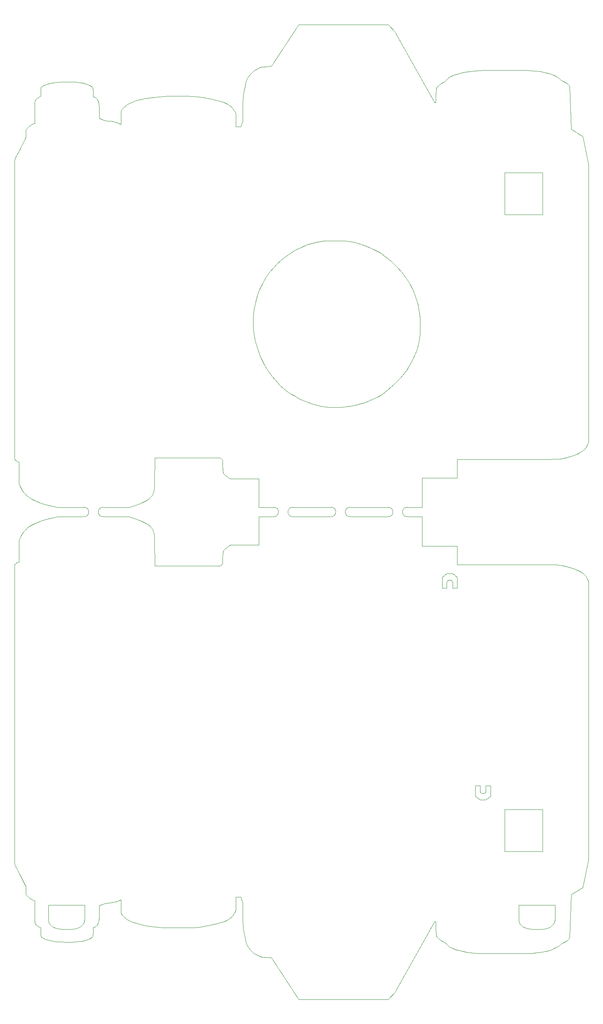
<source format=gm1>
G04 #@! TF.GenerationSoftware,KiCad,Pcbnew,7.0.10*
G04 #@! TF.CreationDate,2024-04-17T21:16:10-05:00*
G04 #@! TF.ProjectId,camera_badge,63616d65-7261-45f6-9261-6467652e6b69,2*
G04 #@! TF.SameCoordinates,Original*
G04 #@! TF.FileFunction,Profile,NP*
%FSLAX46Y46*%
G04 Gerber Fmt 4.6, Leading zero omitted, Abs format (unit mm)*
G04 Created by KiCad (PCBNEW 7.0.10) date 2024-04-17 21:16:10*
%MOMM*%
%LPD*%
G01*
G04 APERTURE LIST*
G04 #@! TA.AperFunction,Profile*
%ADD10C,0.050000*%
G04 #@! TD*
G04 #@! TA.AperFunction,Profile*
%ADD11C,0.100000*%
G04 #@! TD*
G04 APERTURE END LIST*
D10*
X153131000Y-209384000D02*
X153004000Y-210019000D01*
X153131000Y-206310600D02*
X153131000Y-209384000D01*
X153004000Y-210019000D02*
X152750000Y-210400000D01*
X152750000Y-210400000D02*
X152242000Y-210908000D01*
X152242000Y-210908000D02*
X151607000Y-211162000D01*
X151607000Y-211162000D02*
X151099000Y-211289000D01*
X151099000Y-211289000D02*
X150083000Y-211416000D01*
X149321000Y-211416000D02*
X150083000Y-211416000D01*
X149321000Y-211416000D02*
X148559000Y-211416000D01*
X148559000Y-211416000D02*
X147670000Y-211289000D01*
X147670000Y-211289000D02*
X147035000Y-211162000D01*
X147035000Y-211162000D02*
X146400000Y-210908000D01*
X146400000Y-210908000D02*
X145892000Y-210400000D01*
X145892000Y-210400000D02*
X145638000Y-210019000D01*
X145638000Y-210019000D02*
X145511000Y-209384000D01*
X145511000Y-206310600D02*
X153131000Y-206310600D01*
X145511000Y-206310600D02*
X145511000Y-209384000D01*
D11*
X139600000Y-183500000D02*
X138600000Y-184250000D01*
X139600000Y-181250000D02*
X139600000Y-183500000D01*
X138600000Y-182500000D02*
X138600000Y-181250000D01*
X138600000Y-181250000D02*
X139600000Y-181250000D01*
X138500000Y-182700000D02*
X138600000Y-182500000D01*
X138400000Y-182800000D02*
X138500000Y-182700000D01*
X138200000Y-182900000D02*
X138400000Y-182800000D01*
X137800000Y-182900000D02*
X138200000Y-182900000D01*
X137600000Y-182800000D02*
X137800000Y-182900000D01*
X137500000Y-182700000D02*
X137600000Y-182800000D01*
X137400000Y-184250000D02*
X138600000Y-184250000D01*
X137400000Y-184250000D02*
X136400000Y-183500000D01*
X137400000Y-182500000D02*
X137500000Y-182700000D01*
X137400000Y-181250000D02*
X137400000Y-182500000D01*
X136400000Y-183500000D02*
X136400000Y-181250000D01*
X136400000Y-181250000D02*
X137400000Y-181250000D01*
D10*
X54331000Y-209384000D02*
X54204000Y-210019000D01*
X54331000Y-206310600D02*
X54331000Y-209384000D01*
X54204000Y-210019000D02*
X53950000Y-210400000D01*
X53950000Y-210400000D02*
X53442000Y-210908000D01*
X53442000Y-210908000D02*
X52807000Y-211162000D01*
X52807000Y-211162000D02*
X52299000Y-211289000D01*
X52299000Y-211289000D02*
X51283000Y-211416000D01*
X50521000Y-211416000D02*
X51283000Y-211416000D01*
X50521000Y-211416000D02*
X49759000Y-211416000D01*
X49759000Y-211416000D02*
X48870000Y-211289000D01*
X48870000Y-211289000D02*
X48235000Y-211162000D01*
X48235000Y-211162000D02*
X47600000Y-210908000D01*
X47600000Y-210908000D02*
X47092000Y-210400000D01*
X47092000Y-210400000D02*
X46838000Y-210019000D01*
X46838000Y-210019000D02*
X46711000Y-209384000D01*
X46711000Y-206310600D02*
X54331000Y-206310600D01*
X46711000Y-206310600D02*
X46711000Y-209384000D01*
X39600000Y-49950000D02*
X39600000Y-112650000D01*
X39600000Y-112650000D02*
X39675000Y-112800000D01*
X39600000Y-134950000D02*
X39675000Y-134800000D01*
X39600000Y-197650000D02*
X39600000Y-134950000D01*
X39675000Y-112800000D02*
X39800000Y-112950000D01*
X39675000Y-134800000D02*
X39800000Y-134650000D01*
X39800000Y-112950000D02*
X39950000Y-113050000D01*
X39800000Y-134650000D02*
X39950000Y-134550000D01*
X39875000Y-49300000D02*
X39600000Y-49950000D01*
X39875000Y-198300000D02*
X39600000Y-197650000D01*
X39950000Y-113050000D02*
X40150000Y-113150000D01*
X39950000Y-134550000D02*
X40150000Y-134450000D01*
X40150000Y-113150000D02*
X40350000Y-113250000D01*
X40150000Y-134450000D02*
X40350000Y-134350000D01*
X40350000Y-113250000D02*
X40450000Y-113300000D01*
X40350000Y-134350000D02*
X40450000Y-134300000D01*
X40450000Y-113300000D02*
X40500000Y-113350000D01*
X40450000Y-134300000D02*
X40500000Y-134250000D01*
X40500000Y-113350000D02*
X40500000Y-117850000D01*
X40500000Y-117850000D02*
X40700000Y-118300000D01*
X40500000Y-129750000D02*
X40700000Y-129300000D01*
X40500000Y-134250000D02*
X40500000Y-129750000D01*
X40700000Y-47700000D02*
X39875000Y-49300000D01*
X40700000Y-118300000D02*
X40950000Y-118750000D01*
X40700000Y-129300000D02*
X40950000Y-128850000D01*
X40700000Y-199900000D02*
X39875000Y-198300000D01*
X40950000Y-118750000D02*
X41250000Y-119250000D01*
X40950000Y-128850000D02*
X41250000Y-128350000D01*
X41250000Y-119250000D02*
X41550000Y-119700000D01*
X41250000Y-128350000D02*
X41550000Y-127900000D01*
X41550000Y-119700000D02*
X41850000Y-120050000D01*
X41550000Y-127900000D02*
X41850000Y-127550000D01*
X41850000Y-120050000D02*
X42150000Y-120350000D01*
X41850000Y-127550000D02*
X42150000Y-127250000D01*
X42000000Y-43500000D02*
X42000000Y-45150000D01*
X42000000Y-45150000D02*
X40700000Y-47700000D01*
X42000000Y-202450000D02*
X40700000Y-199900000D01*
X42000000Y-204100000D02*
X42000000Y-202450000D01*
X42150000Y-120350000D02*
X42650000Y-120750000D01*
X42150000Y-127250000D02*
X42650000Y-126850000D01*
X42600000Y-42900000D02*
X42000000Y-43500000D01*
X42600000Y-204700000D02*
X42000000Y-204100000D01*
X42650000Y-120750000D02*
X43150000Y-121050000D01*
X42650000Y-126850000D02*
X43150000Y-126550000D01*
X42850000Y-42700000D02*
X42600000Y-42900000D01*
X42850000Y-204900000D02*
X42600000Y-204700000D01*
X43150000Y-42500000D02*
X42850000Y-42700000D01*
X43150000Y-121050000D02*
X43850000Y-121400000D01*
X43150000Y-126550000D02*
X43850000Y-126200000D01*
X43150000Y-205100000D02*
X42850000Y-204900000D01*
X43400000Y-42350000D02*
X43150000Y-42500000D01*
X43400000Y-205250000D02*
X43150000Y-205100000D01*
X43650000Y-42250000D02*
X43400000Y-42350000D01*
X43650000Y-205350000D02*
X43400000Y-205250000D01*
X43850000Y-37850000D02*
X43850000Y-42200000D01*
X43850000Y-42200000D02*
X43650000Y-42250000D01*
X43850000Y-121400000D02*
X45300000Y-121950000D01*
X43850000Y-126200000D02*
X45300000Y-125650000D01*
X43850000Y-205400000D02*
X43650000Y-205350000D01*
X43850000Y-209750000D02*
X43850000Y-205400000D01*
X43900000Y-37450000D02*
X43850000Y-37850000D01*
X43900000Y-210150000D02*
X43850000Y-209750000D01*
X44000000Y-37250000D02*
X43900000Y-37450000D01*
X44000000Y-210350000D02*
X43900000Y-210150000D01*
X44150000Y-37100000D02*
X44000000Y-37250000D01*
X44150000Y-210500000D02*
X44000000Y-210350000D01*
X44400000Y-36900000D02*
X44150000Y-37100000D01*
X44400000Y-210700000D02*
X44150000Y-210500000D01*
X44700000Y-36700000D02*
X44400000Y-36900000D01*
X44700000Y-210900000D02*
X44400000Y-210700000D01*
X45100000Y-34950000D02*
X45100000Y-36500000D01*
X45100000Y-36500000D02*
X44700000Y-36700000D01*
X45100000Y-211100000D02*
X44700000Y-210900000D01*
X45100000Y-212650000D02*
X45100000Y-211100000D01*
X45150000Y-34750000D02*
X45100000Y-34950000D01*
X45150000Y-212850000D02*
X45100000Y-212650000D01*
X45200000Y-34650000D02*
X45150000Y-34750000D01*
X45200000Y-212950000D02*
X45150000Y-212850000D01*
X45300000Y-34550000D02*
X45200000Y-34650000D01*
X45300000Y-121950000D02*
X46350000Y-122300000D01*
X45300000Y-125650000D02*
X46350000Y-125300000D01*
X45300000Y-213050000D02*
X45200000Y-212950000D01*
X45500000Y-34400000D02*
X45300000Y-34550000D01*
X45500000Y-213200000D02*
X45300000Y-213050000D01*
X45850000Y-34200000D02*
X45500000Y-34400000D01*
X45850000Y-213400000D02*
X45500000Y-213200000D01*
X46350000Y-34000000D02*
X45850000Y-34200000D01*
X46350000Y-122300000D02*
X47550000Y-122550000D01*
X46350000Y-125300000D02*
X47550000Y-125050000D01*
X46350000Y-213600000D02*
X45850000Y-213400000D01*
X47200000Y-33800000D02*
X46350000Y-34000000D01*
X47200000Y-213800000D02*
X46350000Y-213600000D01*
X47550000Y-122550000D02*
X48650000Y-122800000D01*
X47550000Y-125050000D02*
X48650000Y-124800000D01*
X47700000Y-33700000D02*
X47200000Y-33800000D01*
X47700000Y-213900000D02*
X47200000Y-213800000D01*
X48600000Y-33600000D02*
X47700000Y-33700000D01*
X48600000Y-214000000D02*
X47700000Y-213900000D01*
X48650000Y-122800000D02*
X53650000Y-122800000D01*
X48650000Y-124800000D02*
X53650000Y-124800000D01*
X49350000Y-33550000D02*
X48600000Y-33600000D01*
X49350000Y-214050000D02*
X48600000Y-214000000D01*
X50300000Y-33500000D02*
X49350000Y-33550000D01*
X50300000Y-214100000D02*
X49350000Y-214050000D01*
X51350000Y-33500000D02*
X50300000Y-33500000D01*
X51350000Y-214100000D02*
X50300000Y-214100000D01*
X52400000Y-33550000D02*
X51350000Y-33500000D01*
X52400000Y-214050000D02*
X51350000Y-214100000D01*
X53300000Y-33650000D02*
X52400000Y-33550000D01*
X53300000Y-213950000D02*
X52400000Y-214050000D01*
X53650000Y-122800000D02*
X54200000Y-122800000D01*
X53650000Y-124800000D02*
X54200000Y-124800000D01*
X53700000Y-33700000D02*
X53300000Y-33650000D01*
X53700000Y-213900000D02*
X53300000Y-213950000D01*
X54350000Y-33850000D02*
X53700000Y-33700000D01*
X54350000Y-213750000D02*
X53700000Y-213900000D01*
X54850000Y-34000000D02*
X54350000Y-33850000D01*
X54850000Y-213600000D02*
X54350000Y-213750000D01*
X55250000Y-34150000D02*
X54850000Y-34000000D01*
X55250000Y-213450000D02*
X54850000Y-213600000D01*
X55600000Y-34350000D02*
X55250000Y-34150000D01*
X55600000Y-213250000D02*
X55250000Y-213450000D01*
X55750000Y-34450000D02*
X55600000Y-34350000D01*
X55750000Y-213150000D02*
X55600000Y-213250000D01*
X55900000Y-34600000D02*
X55750000Y-34450000D01*
X55900000Y-213000000D02*
X55750000Y-213150000D01*
X56000000Y-34750000D02*
X55900000Y-34600000D01*
X56000000Y-212850000D02*
X55900000Y-213000000D01*
X56050000Y-34950000D02*
X56000000Y-34750000D01*
X56050000Y-212650000D02*
X56000000Y-212850000D01*
X56100000Y-35150000D02*
X56050000Y-34950000D01*
X56100000Y-212450000D02*
X56050000Y-212650000D01*
X56150000Y-36550000D02*
X56100000Y-35150000D01*
X56150000Y-211050000D02*
X56100000Y-212450000D01*
X56200000Y-36650000D02*
X56150000Y-36550000D01*
X56200000Y-210950000D02*
X56150000Y-211050000D01*
X56500000Y-36750000D02*
X56200000Y-36650000D01*
X56500000Y-210850000D02*
X56200000Y-210950000D01*
X56700000Y-36900000D02*
X56500000Y-36750000D01*
X56700000Y-210700000D02*
X56500000Y-210850000D01*
X56950000Y-37150000D02*
X56700000Y-36900000D01*
X56950000Y-210450000D02*
X56700000Y-210700000D01*
X57150000Y-37500000D02*
X56950000Y-37150000D01*
X57150000Y-210100000D02*
X56950000Y-210450000D01*
X57250000Y-37700000D02*
X57150000Y-37500000D01*
X57250000Y-209900000D02*
X57150000Y-210100000D01*
X57300000Y-38000000D02*
X57250000Y-37700000D01*
X57300000Y-209600000D02*
X57250000Y-209900000D01*
X57350000Y-38650000D02*
X57300000Y-38000000D01*
X57350000Y-208950000D02*
X57300000Y-209600000D01*
X57400000Y-41200000D02*
X57350000Y-38650000D01*
X57400000Y-206400000D02*
X57350000Y-208950000D01*
X57600000Y-41250000D02*
X57400000Y-41200000D01*
X57600000Y-206350000D02*
X57400000Y-206400000D01*
X58000000Y-41350000D02*
X57600000Y-41250000D01*
X58000000Y-206250000D02*
X57600000Y-206350000D01*
X58200000Y-122800000D02*
X58650000Y-122800000D01*
X58200000Y-124800000D02*
X58650000Y-124800000D01*
X58250000Y-41450000D02*
X58000000Y-41350000D01*
X58250000Y-206150000D02*
X58000000Y-206250000D01*
X58500000Y-41600000D02*
X58250000Y-41450000D01*
X58500000Y-206000000D02*
X58250000Y-206150000D01*
X58650000Y-41650000D02*
X58500000Y-41600000D01*
X58650000Y-122800000D02*
X63650000Y-122800000D01*
X58650000Y-124800000D02*
X63650000Y-124800000D01*
X58650000Y-205950000D02*
X58500000Y-206000000D01*
X59250000Y-41700000D02*
X58650000Y-41650000D01*
X59250000Y-205900000D02*
X58650000Y-205950000D01*
X59800000Y-41750000D02*
X59250000Y-41700000D01*
X59800000Y-205850000D02*
X59250000Y-205900000D01*
X60350000Y-41850000D02*
X59800000Y-41750000D01*
X60350000Y-205750000D02*
X59800000Y-205850000D01*
X60750000Y-41950000D02*
X60350000Y-41850000D01*
X60750000Y-205650000D02*
X60350000Y-205750000D01*
X61100000Y-42050000D02*
X60750000Y-41950000D01*
X61100000Y-205550000D02*
X60750000Y-205650000D01*
X61500000Y-42200000D02*
X61100000Y-42050000D01*
X61500000Y-205400000D02*
X61100000Y-205550000D01*
X61900000Y-42400000D02*
X61500000Y-42200000D01*
X61900000Y-205200000D02*
X61500000Y-205400000D01*
X62000000Y-39650000D02*
X62000000Y-42400000D01*
X62000000Y-42400000D02*
X61900000Y-42400000D01*
X62000000Y-205200000D02*
X61900000Y-205200000D01*
X62000000Y-207950000D02*
X62000000Y-205200000D01*
X62250000Y-39200000D02*
X62000000Y-39650000D01*
X62250000Y-208400000D02*
X62000000Y-207950000D01*
X62550000Y-38850000D02*
X62250000Y-39200000D01*
X62550000Y-208750000D02*
X62250000Y-208400000D01*
X63050000Y-38400000D02*
X62550000Y-38850000D01*
X63050000Y-209200000D02*
X62550000Y-208750000D01*
X63550000Y-38100000D02*
X63050000Y-38400000D01*
X63550000Y-209500000D02*
X63050000Y-209200000D01*
X63650000Y-122800000D02*
X64150000Y-122650000D01*
X63650000Y-124800000D02*
X64150000Y-124950000D01*
X64150000Y-122650000D02*
X65200000Y-122350000D01*
X64150000Y-124950000D02*
X65200000Y-125250000D01*
X64350000Y-37750000D02*
X63550000Y-38100000D01*
X64350000Y-209850000D02*
X63550000Y-209500000D01*
X65200000Y-37450000D02*
X64350000Y-37750000D01*
X65200000Y-122350000D02*
X66300000Y-121900000D01*
X65200000Y-125250000D02*
X66300000Y-125700000D01*
X65200000Y-210150000D02*
X64350000Y-209850000D01*
X66300000Y-121900000D02*
X67250000Y-121400000D01*
X66300000Y-125700000D02*
X67250000Y-126200000D01*
X67050000Y-37000000D02*
X65200000Y-37450000D01*
X67050000Y-210600000D02*
X65200000Y-210150000D01*
X67250000Y-121400000D02*
X67850000Y-121000000D01*
X67250000Y-126200000D02*
X67850000Y-126600000D01*
X67850000Y-121000000D02*
X68250000Y-120650000D01*
X67850000Y-126600000D02*
X68250000Y-126950000D01*
X68250000Y-120650000D02*
X68450000Y-120350000D01*
X68250000Y-126950000D02*
X68450000Y-127250000D01*
X68450000Y-120350000D02*
X68750000Y-119800000D01*
X68450000Y-127250000D02*
X68750000Y-127800000D01*
X68750000Y-119800000D02*
X68850000Y-119500000D01*
X68750000Y-127800000D02*
X68850000Y-128100000D01*
X68850000Y-119500000D02*
X68900000Y-119250000D01*
X68850000Y-128100000D02*
X68900000Y-128350000D01*
X68900000Y-119250000D02*
X68950000Y-118700000D01*
X68900000Y-128350000D02*
X68950000Y-128900000D01*
X68950000Y-118700000D02*
X69000000Y-117800000D01*
X68950000Y-128900000D02*
X69000000Y-129800000D01*
X69000000Y-117800000D02*
X69100000Y-112450000D01*
X69000000Y-129800000D02*
X69100000Y-135150000D01*
X69100000Y-36700000D02*
X67050000Y-37000000D01*
X69100000Y-112450000D02*
X82800000Y-112450000D01*
X69100000Y-135150000D02*
X82800000Y-135150000D01*
X69100000Y-210900000D02*
X67050000Y-210600000D01*
X70750000Y-36550000D02*
X69100000Y-36700000D01*
X70750000Y-211050000D02*
X69100000Y-210900000D01*
X72050000Y-36500000D02*
X70750000Y-36550000D01*
X72050000Y-211100000D02*
X70750000Y-211050000D01*
X75650000Y-36500000D02*
X72050000Y-36500000D01*
X75650000Y-211100000D02*
X72050000Y-211100000D01*
X77150000Y-36550000D02*
X75650000Y-36500000D01*
X77150000Y-211050000D02*
X75650000Y-211100000D01*
X78200000Y-36650000D02*
X77150000Y-36550000D01*
X78200000Y-210950000D02*
X77150000Y-211050000D01*
X78950000Y-36750000D02*
X78200000Y-36650000D01*
X78950000Y-210850000D02*
X78200000Y-210950000D01*
X79600000Y-36850000D02*
X78950000Y-36750000D01*
X79600000Y-210750000D02*
X78950000Y-210850000D01*
X80200000Y-36950000D02*
X79600000Y-36850000D01*
X80200000Y-210650000D02*
X79600000Y-210750000D01*
X80900000Y-37100000D02*
X80200000Y-36950000D01*
X80900000Y-210500000D02*
X80200000Y-210650000D01*
X82100000Y-37400000D02*
X80900000Y-37100000D01*
X82100000Y-210200000D02*
X80900000Y-210500000D01*
X82800000Y-112450000D02*
X83300000Y-112900000D01*
X82800000Y-135150000D02*
X83300000Y-134700000D01*
X82850000Y-37600000D02*
X82100000Y-37400000D01*
X82850000Y-210000000D02*
X82100000Y-210200000D01*
X83300000Y-112900000D02*
X83300000Y-114450000D01*
X83300000Y-114450000D02*
X83350000Y-115000000D01*
X83300000Y-133150000D02*
X83350000Y-132600000D01*
X83300000Y-134700000D02*
X83300000Y-133150000D01*
X83350000Y-115000000D02*
X83400000Y-115300000D01*
X83350000Y-132600000D02*
X83400000Y-132300000D01*
X83400000Y-115300000D02*
X83500000Y-115650000D01*
X83400000Y-132300000D02*
X83500000Y-131950000D01*
X83500000Y-115650000D02*
X83650000Y-115900000D01*
X83500000Y-131950000D02*
X83650000Y-131700000D01*
X83600000Y-37850000D02*
X82850000Y-37600000D01*
X83600000Y-209750000D02*
X82850000Y-210000000D01*
X83650000Y-115900000D02*
X83850000Y-116100000D01*
X83650000Y-131700000D02*
X83850000Y-131500000D01*
X83850000Y-116100000D02*
X84050000Y-116250000D01*
X83850000Y-131500000D02*
X84050000Y-131350000D01*
X84050000Y-116250000D02*
X84250000Y-116350000D01*
X84050000Y-131350000D02*
X84250000Y-131250000D01*
X84250000Y-116350000D02*
X84500000Y-116550000D01*
X84250000Y-131250000D02*
X84500000Y-131050000D01*
X84300000Y-38150000D02*
X83600000Y-37850000D01*
X84300000Y-209450000D02*
X83600000Y-209750000D01*
X84500000Y-116550000D02*
X84700000Y-116750000D01*
X84500000Y-131050000D02*
X84700000Y-130850000D01*
X84700000Y-116750000D02*
X84850000Y-116850000D01*
X84700000Y-130850000D02*
X84850000Y-130750000D01*
X84850000Y-38500000D02*
X84300000Y-38150000D01*
X84850000Y-116850000D02*
X90950000Y-116850000D01*
X84850000Y-130750000D02*
X90950000Y-130750000D01*
X84850000Y-209100000D02*
X84300000Y-209450000D01*
X85250000Y-38850000D02*
X84850000Y-38500000D01*
X85250000Y-208750000D02*
X84850000Y-209100000D01*
X85450000Y-39100000D02*
X85250000Y-38850000D01*
X85450000Y-208500000D02*
X85250000Y-208750000D01*
X85650000Y-39400000D02*
X85450000Y-39100000D01*
X85650000Y-208200000D02*
X85450000Y-208500000D01*
X85800000Y-39650000D02*
X85650000Y-39400000D01*
X85800000Y-207950000D02*
X85650000Y-208200000D01*
X86050000Y-40200000D02*
X85800000Y-39650000D01*
X86050000Y-207400000D02*
X85800000Y-207950000D01*
X86100000Y-42950000D02*
X86050000Y-40200000D01*
X86100000Y-204650000D02*
X86050000Y-207400000D01*
X87100000Y-42950000D02*
X86100000Y-42950000D01*
X87100000Y-204650000D02*
X86100000Y-204650000D01*
X87550000Y-37850000D02*
X87550000Y-41800000D01*
X87550000Y-41800000D02*
X87100000Y-42950000D01*
X87550000Y-205800000D02*
X87100000Y-204650000D01*
X87550000Y-209750000D02*
X87550000Y-205800000D01*
X87600000Y-37100000D02*
X87550000Y-37850000D01*
X87600000Y-210500000D02*
X87550000Y-209750000D01*
X87650000Y-36600000D02*
X87600000Y-37100000D01*
X87650000Y-211000000D02*
X87600000Y-210500000D01*
X87800000Y-35500000D02*
X87650000Y-36600000D01*
X87800000Y-212100000D02*
X87650000Y-211000000D01*
X88000000Y-34450000D02*
X87800000Y-35500000D01*
X88000000Y-213150000D02*
X87800000Y-212100000D01*
X88150000Y-33800000D02*
X88000000Y-34450000D01*
X88150000Y-213800000D02*
X88000000Y-213150000D01*
X88300000Y-33300000D02*
X88150000Y-33800000D01*
X88300000Y-214300000D02*
X88150000Y-213800000D01*
X88500000Y-32800000D02*
X88300000Y-33300000D01*
X88500000Y-214800000D02*
X88300000Y-214300000D01*
X88700000Y-32450000D02*
X88500000Y-32800000D01*
X88700000Y-215150000D02*
X88500000Y-214800000D01*
X88850000Y-32250000D02*
X88700000Y-32450000D01*
X88850000Y-215350000D02*
X88700000Y-215150000D01*
X89000000Y-32050000D02*
X88850000Y-32250000D01*
X89000000Y-215550000D02*
X88850000Y-215350000D01*
X89450000Y-31550000D02*
X89000000Y-32050000D01*
X89450000Y-216050000D02*
X89000000Y-215550000D01*
X89700000Y-83600000D02*
X89750000Y-82750000D01*
X89700000Y-83800000D02*
X89700000Y-83600000D01*
X89700000Y-84300000D02*
X89700000Y-83800000D01*
X89750000Y-82750000D02*
X89900000Y-81300000D01*
X89750000Y-85200000D02*
X89700000Y-84300000D01*
X89850000Y-31200000D02*
X89450000Y-31550000D01*
X89850000Y-216400000D02*
X89450000Y-216050000D01*
X89900000Y-81300000D02*
X90200000Y-79700000D01*
X89900000Y-86550000D02*
X89750000Y-85200000D01*
X90150000Y-87900000D02*
X89900000Y-86550000D01*
X90200000Y-79700000D02*
X90550000Y-78400000D01*
X90250000Y-30950000D02*
X89850000Y-31200000D01*
X90250000Y-216650000D02*
X89850000Y-216400000D01*
X90550000Y-78400000D02*
X91000000Y-77200000D01*
X90550000Y-89350000D02*
X90150000Y-87900000D01*
X90950000Y-116850000D02*
X90950000Y-122800000D01*
X90950000Y-122800000D02*
X94050000Y-122800000D01*
X90950000Y-124800000D02*
X94050000Y-124800000D01*
X90950000Y-130750000D02*
X90950000Y-124800000D01*
X91000000Y-77200000D02*
X91550000Y-76000000D01*
X91050000Y-90750000D02*
X90550000Y-89350000D01*
X91200000Y-30500000D02*
X90250000Y-30950000D01*
X91200000Y-217100000D02*
X90250000Y-216650000D01*
X91350000Y-91450000D02*
X91050000Y-90750000D01*
X91500000Y-30400000D02*
X91200000Y-30500000D01*
X91500000Y-217200000D02*
X91200000Y-217100000D01*
X91550000Y-76000000D02*
X92300000Y-74750000D01*
X91900000Y-30350000D02*
X91500000Y-30400000D01*
X91900000Y-217250000D02*
X91500000Y-217200000D01*
X92000000Y-92750000D02*
X91350000Y-91450000D01*
X92300000Y-74750000D02*
X93150000Y-73500000D01*
X92450000Y-30300000D02*
X91900000Y-30350000D01*
X92450000Y-93550000D02*
X92000000Y-92750000D01*
X92450000Y-217300000D02*
X91900000Y-217250000D01*
X93150000Y-73500000D02*
X94100000Y-72400000D01*
X93150000Y-94600000D02*
X92450000Y-93550000D01*
X93500000Y-30250000D02*
X92450000Y-30300000D01*
X93500000Y-217350000D02*
X92450000Y-217300000D01*
X93750000Y-95350000D02*
X93150000Y-94600000D01*
X94100000Y-72400000D02*
X94650000Y-71800000D01*
X94400000Y-96100000D02*
X93750000Y-95350000D01*
X94650000Y-71800000D02*
X95550000Y-70950000D01*
X95350000Y-97150000D02*
X94400000Y-96100000D01*
X95550000Y-70950000D02*
X96050000Y-70550000D01*
X96050000Y-70550000D02*
X97000000Y-69850000D01*
X96200000Y-97950000D02*
X95350000Y-97150000D01*
X96900000Y-98500000D02*
X96200000Y-97950000D01*
X97000000Y-69850000D02*
X97450000Y-69550000D01*
X97450000Y-69550000D02*
X98150000Y-69100000D01*
X97700000Y-99050000D02*
X96900000Y-98500000D01*
X98050000Y-122800000D02*
X106100000Y-122800000D01*
X98050000Y-124800000D02*
X106100000Y-124800000D01*
X98150000Y-69100000D02*
X99050000Y-68600000D01*
X98500000Y-99500000D02*
X97700000Y-99050000D01*
X99050000Y-68600000D02*
X99850000Y-68200000D01*
X99050000Y-99800000D02*
X98500000Y-99500000D01*
X99300000Y-21450000D02*
X93500000Y-30250000D01*
X99300000Y-226150000D02*
X93500000Y-217350000D01*
X99800000Y-100200000D02*
X99050000Y-99800000D01*
X99850000Y-68200000D02*
X100550000Y-67900000D01*
X100550000Y-67900000D02*
X101200000Y-67650000D01*
X100700000Y-100600000D02*
X99800000Y-100200000D01*
X101200000Y-67650000D02*
X102150000Y-67350000D01*
X101800000Y-101000000D02*
X100700000Y-100600000D01*
X102150000Y-67350000D02*
X103200000Y-67100000D01*
X102950000Y-101350000D02*
X101800000Y-101000000D01*
X103200000Y-67100000D02*
X104200000Y-66950000D01*
X104000000Y-101600000D02*
X102950000Y-101350000D01*
X104200000Y-66950000D02*
X104750000Y-66900000D01*
X104750000Y-66900000D02*
X105650000Y-66850000D01*
X105000000Y-101750000D02*
X104000000Y-101600000D01*
X105650000Y-66850000D02*
X106600000Y-66850000D01*
X106150000Y-101800000D02*
X105000000Y-101750000D01*
X106600000Y-66850000D02*
X108200000Y-66850000D01*
X108000000Y-101800000D02*
X106150000Y-101800000D01*
X108200000Y-66850000D02*
X109150000Y-66900000D01*
X109150000Y-66900000D02*
X110050000Y-67000000D01*
X109300000Y-101700000D02*
X108000000Y-101800000D01*
X109950000Y-101600000D02*
X109300000Y-101700000D01*
X110050000Y-67000000D02*
X110900000Y-67150000D01*
X110100000Y-122800000D02*
X118100000Y-122800000D01*
X110100000Y-124800000D02*
X118100000Y-124800000D01*
X110900000Y-67150000D02*
X111650000Y-67350000D01*
X111100000Y-101400000D02*
X109950000Y-101600000D01*
X111650000Y-67350000D02*
X112500000Y-67600000D01*
X111950000Y-101200000D02*
X111100000Y-101400000D01*
X112500000Y-67600000D02*
X113850000Y-68100000D01*
X112950000Y-100900000D02*
X111950000Y-101200000D01*
X113600000Y-100650000D02*
X112950000Y-100900000D01*
X113850000Y-68100000D02*
X115150000Y-68700000D01*
X114550000Y-100250000D02*
X113600000Y-100650000D01*
X115100000Y-100000000D02*
X114550000Y-100250000D01*
X115150000Y-68700000D02*
X116450000Y-69450000D01*
X115850000Y-99650000D02*
X115100000Y-100000000D01*
X116400000Y-99350000D02*
X115850000Y-99650000D01*
X116450000Y-69450000D02*
X117600000Y-70250000D01*
X117000000Y-98950000D02*
X116400000Y-99350000D01*
X117400000Y-98650000D02*
X117000000Y-98950000D01*
X117600000Y-70250000D02*
X118800000Y-71200000D01*
X117950000Y-98200000D02*
X117400000Y-98650000D01*
X118050000Y-21450000D02*
X99300000Y-21450000D01*
X118050000Y-226150000D02*
X99300000Y-226150000D01*
X118700000Y-97550000D02*
X117950000Y-98200000D01*
X118800000Y-71200000D02*
X119900000Y-72300000D01*
X119250000Y-97050000D02*
X118700000Y-97550000D01*
X119600000Y-23100000D02*
X118050000Y-21450000D01*
X119600000Y-224500000D02*
X118050000Y-226150000D01*
X119700000Y-96600000D02*
X119250000Y-97050000D01*
X119800000Y-23500000D02*
X119600000Y-23100000D01*
X119800000Y-224100000D02*
X119600000Y-224500000D01*
X119900000Y-72300000D02*
X120950000Y-73450000D01*
X120300000Y-96000000D02*
X119700000Y-96600000D01*
X120700000Y-95600000D02*
X120300000Y-96000000D01*
X120950000Y-73450000D02*
X121650000Y-74400000D01*
X121500000Y-94650000D02*
X120700000Y-95600000D01*
X121650000Y-74400000D02*
X122150000Y-75150000D01*
X121950000Y-94050000D02*
X121500000Y-94650000D01*
X122100000Y-122800000D02*
X125200000Y-122800000D01*
X122100000Y-124800000D02*
X125200000Y-124800000D01*
X122150000Y-75150000D02*
X122650000Y-75950000D01*
X122350000Y-93400000D02*
X121950000Y-94050000D01*
X122650000Y-75950000D02*
X123150000Y-76950000D01*
X123000000Y-92250000D02*
X122350000Y-93400000D01*
X123150000Y-76950000D02*
X123600000Y-78000000D01*
X123500000Y-91200000D02*
X123000000Y-92250000D01*
X123600000Y-78000000D02*
X124050000Y-79200000D01*
X123900000Y-90250000D02*
X123500000Y-91200000D01*
X124050000Y-79200000D02*
X124300000Y-80000000D01*
X124150000Y-89500000D02*
X123900000Y-90250000D01*
X124300000Y-80000000D02*
X124450000Y-80650000D01*
X124400000Y-88650000D02*
X124150000Y-89500000D01*
X124450000Y-80650000D02*
X124550000Y-81250000D01*
X124550000Y-81250000D02*
X124650000Y-81950000D01*
X124600000Y-87700000D02*
X124400000Y-88650000D01*
X124650000Y-81950000D02*
X124750000Y-82950000D01*
X124750000Y-82950000D02*
X124800000Y-83850000D01*
X124750000Y-86400000D02*
X124600000Y-87700000D01*
X124800000Y-83850000D02*
X124800000Y-85250000D01*
X124800000Y-85250000D02*
X124750000Y-86400000D01*
X125200000Y-116650000D02*
X132550000Y-116650000D01*
X125200000Y-122750000D02*
X125200000Y-116650000D01*
X125200000Y-122800000D02*
X125200000Y-122750000D01*
X125200000Y-124800000D02*
X125200000Y-124850000D01*
X125200000Y-124850000D02*
X125200000Y-130950000D01*
X125200000Y-130950000D02*
X132550000Y-130950000D01*
X127800000Y-37850000D02*
X119800000Y-23500000D01*
X127800000Y-209750000D02*
X119800000Y-224100000D01*
X128100000Y-36100000D02*
X128100000Y-37850000D01*
X128100000Y-37850000D02*
X127800000Y-37850000D01*
X128100000Y-209750000D02*
X127800000Y-209750000D01*
X128100000Y-211500000D02*
X128100000Y-209750000D01*
X128150000Y-35250000D02*
X128100000Y-36100000D01*
X128150000Y-212350000D02*
X128100000Y-211500000D01*
X128200000Y-34950000D02*
X128150000Y-35250000D01*
X128200000Y-212650000D02*
X128150000Y-212350000D01*
X128250000Y-34800000D02*
X128200000Y-34950000D01*
X128250000Y-212800000D02*
X128200000Y-212650000D01*
X128350000Y-34600000D02*
X128250000Y-34800000D01*
X128350000Y-213000000D02*
X128250000Y-212800000D01*
X128500000Y-34400000D02*
X128350000Y-34600000D01*
X128500000Y-213200000D02*
X128350000Y-213000000D01*
X128550000Y-34350000D02*
X128500000Y-34400000D01*
X128550000Y-213250000D02*
X128500000Y-213200000D01*
X128650000Y-34250000D02*
X128550000Y-34350000D01*
X128650000Y-213350000D02*
X128550000Y-213250000D01*
X128900000Y-34050000D02*
X128650000Y-34250000D01*
X128900000Y-213550000D02*
X128650000Y-213350000D01*
X129200000Y-33850000D02*
X128900000Y-34050000D01*
X129200000Y-213750000D02*
X128900000Y-213550000D01*
X129700000Y-33600000D02*
X129200000Y-33850000D01*
X129700000Y-214000000D02*
X129200000Y-213750000D01*
X130150000Y-33350000D02*
X129700000Y-33600000D01*
X130150000Y-214250000D02*
X129700000Y-214000000D01*
X130300000Y-33200000D02*
X130150000Y-33350000D01*
X130300000Y-214400000D02*
X130150000Y-214250000D01*
X130450000Y-32950000D02*
X130300000Y-33200000D01*
X130450000Y-214650000D02*
X130300000Y-214400000D01*
X130700000Y-32700000D02*
X130450000Y-32950000D01*
X130700000Y-214900000D02*
X130450000Y-214650000D01*
X130900000Y-32550000D02*
X130700000Y-32700000D01*
X130900000Y-215050000D02*
X130700000Y-214900000D01*
X131150000Y-32400000D02*
X130900000Y-32550000D01*
X131150000Y-215200000D02*
X130900000Y-215050000D01*
X131600000Y-32200000D02*
X131150000Y-32400000D01*
X131600000Y-215400000D02*
X131150000Y-215200000D01*
X132150000Y-32000000D02*
X131600000Y-32200000D01*
X132150000Y-215600000D02*
X131600000Y-215400000D01*
X132550000Y-112750000D02*
X151700000Y-112750000D01*
X132550000Y-116650000D02*
X132550000Y-112750000D01*
X132550000Y-130950000D02*
X132550000Y-134850000D01*
X132550000Y-134850000D02*
X151700000Y-134850000D01*
X132800000Y-31800000D02*
X132150000Y-32000000D01*
X132800000Y-215800000D02*
X132150000Y-215600000D01*
X133550000Y-31600000D02*
X132800000Y-31800000D01*
X133550000Y-216000000D02*
X132800000Y-215800000D01*
X134600000Y-31400000D02*
X133550000Y-31600000D01*
X134600000Y-216200000D02*
X133550000Y-216000000D01*
X135250000Y-31300000D02*
X134600000Y-31400000D01*
X135250000Y-216300000D02*
X134600000Y-216200000D01*
X136200000Y-31200000D02*
X135250000Y-31300000D01*
X136200000Y-216400000D02*
X135250000Y-216300000D01*
X136900000Y-31150000D02*
X136200000Y-31200000D01*
X136900000Y-216450000D02*
X136200000Y-216400000D01*
X138350000Y-31100000D02*
X136900000Y-31150000D01*
X138350000Y-216500000D02*
X136900000Y-216450000D01*
X142550000Y-52550000D02*
X142550000Y-61350000D01*
X142550000Y-61350000D02*
X150550000Y-61350000D01*
X142550000Y-186250000D02*
X150550000Y-186250000D01*
X142550000Y-195050000D02*
X142550000Y-186250000D01*
X146150000Y-31100000D02*
X138350000Y-31100000D01*
X146150000Y-216500000D02*
X138350000Y-216500000D01*
X147000000Y-31100000D02*
X146150000Y-31100000D01*
X147000000Y-216500000D02*
X146150000Y-216500000D01*
X148100000Y-31150000D02*
X147000000Y-31100000D01*
X148100000Y-216450000D02*
X147000000Y-216500000D01*
X148750000Y-31200000D02*
X148100000Y-31150000D01*
X148750000Y-216400000D02*
X148100000Y-216450000D01*
X149250000Y-31250000D02*
X148750000Y-31200000D01*
X149250000Y-216350000D02*
X148750000Y-216400000D01*
X150000000Y-31350000D02*
X149250000Y-31250000D01*
X150000000Y-216250000D02*
X149250000Y-216350000D01*
X150550000Y-52550000D02*
X142550000Y-52550000D01*
X150550000Y-61350000D02*
X150550000Y-52550000D01*
X150550000Y-186250000D02*
X150550000Y-195050000D01*
X150550000Y-195050000D02*
X142550000Y-195050000D01*
X151100000Y-31550000D02*
X150000000Y-31350000D01*
X151100000Y-216050000D02*
X150000000Y-216250000D01*
X151700000Y-112750000D02*
X153300000Y-112700000D01*
X151700000Y-134850000D02*
X153300000Y-134900000D01*
X151750000Y-31700000D02*
X151100000Y-31550000D01*
X151750000Y-215900000D02*
X151100000Y-216050000D01*
X152350000Y-31900000D02*
X151750000Y-31700000D01*
X152350000Y-215700000D02*
X151750000Y-215900000D01*
X152800000Y-32100000D02*
X152350000Y-31900000D01*
X152800000Y-215500000D02*
X152350000Y-215700000D01*
X153300000Y-32350000D02*
X152800000Y-32100000D01*
X153300000Y-112700000D02*
X153950000Y-112650000D01*
X153300000Y-134900000D02*
X153950000Y-134950000D01*
X153300000Y-215250000D02*
X152800000Y-215500000D01*
X153700000Y-32600000D02*
X153300000Y-32350000D01*
X153700000Y-215000000D02*
X153300000Y-215250000D01*
X153950000Y-32750000D02*
X153700000Y-32600000D01*
X153950000Y-112650000D02*
X154650000Y-112550000D01*
X153950000Y-134950000D02*
X154650000Y-135050000D01*
X153950000Y-214850000D02*
X153700000Y-215000000D01*
X154300000Y-33050000D02*
X153950000Y-32750000D01*
X154300000Y-214550000D02*
X153950000Y-214850000D01*
X154650000Y-112550000D02*
X155650000Y-112350000D01*
X154650000Y-135050000D02*
X155650000Y-135250000D01*
X154750000Y-33350000D02*
X154300000Y-33050000D01*
X154750000Y-214250000D02*
X154300000Y-214550000D01*
X155450000Y-33650000D02*
X154750000Y-33350000D01*
X155450000Y-213950000D02*
X154750000Y-214250000D01*
X155650000Y-112350000D02*
X156500000Y-112100000D01*
X155650000Y-135250000D02*
X156500000Y-135500000D01*
X155800000Y-33900000D02*
X155450000Y-33650000D01*
X155800000Y-213700000D02*
X155450000Y-213950000D01*
X156050000Y-34200000D02*
X155800000Y-33900000D01*
X156050000Y-213400000D02*
X155800000Y-213700000D01*
X156200000Y-34400000D02*
X156050000Y-34200000D01*
X156200000Y-213200000D02*
X156050000Y-213400000D01*
X156500000Y-43450000D02*
X156200000Y-34400000D01*
X156500000Y-112100000D02*
X157100000Y-111900000D01*
X156500000Y-135500000D02*
X157100000Y-135700000D01*
X156500000Y-204150000D02*
X156200000Y-213200000D01*
X157100000Y-111900000D02*
X157700000Y-111650000D01*
X157100000Y-135700000D02*
X157700000Y-135950000D01*
X157700000Y-111650000D02*
X158250000Y-111400000D01*
X157700000Y-135950000D02*
X158250000Y-136200000D01*
X158250000Y-111400000D02*
X158750000Y-111100000D01*
X158250000Y-136200000D02*
X158750000Y-136500000D01*
X158750000Y-111100000D02*
X159250000Y-110700000D01*
X158750000Y-136500000D02*
X159250000Y-136900000D01*
X158900000Y-44950000D02*
X156500000Y-43450000D01*
X158900000Y-202650000D02*
X156500000Y-204150000D01*
X159000000Y-45050000D02*
X158900000Y-44950000D01*
X159000000Y-202550000D02*
X158900000Y-202650000D01*
X159250000Y-110700000D02*
X159650000Y-110250000D01*
X159250000Y-136900000D02*
X159650000Y-137350000D01*
X159650000Y-110250000D02*
X159950000Y-109700000D01*
X159650000Y-137350000D02*
X159950000Y-137900000D01*
X159950000Y-109700000D02*
X160200000Y-109150000D01*
X159950000Y-137900000D02*
X160200000Y-138450000D01*
X160200000Y-50850000D02*
X159000000Y-45050000D01*
X160200000Y-109150000D02*
X160200000Y-50850000D01*
X160200000Y-138450000D02*
X160200000Y-196750000D01*
X160200000Y-196750000D02*
X159000000Y-202550000D01*
X54200000Y-124800000D02*
G75*
G03*
X54200000Y-122800000I0J1000000D01*
G01*
X58200000Y-122800000D02*
G75*
G03*
X58200000Y-124800000I0J-1000000D01*
G01*
X94050000Y-124800000D02*
G75*
G03*
X94050000Y-122800000I0J1000000D01*
G01*
X98050000Y-122800000D02*
G75*
G03*
X98050000Y-124800000I0J-1000000D01*
G01*
X106100000Y-124800000D02*
G75*
G03*
X106100000Y-122800000I0J1000000D01*
G01*
X110100000Y-122800000D02*
G75*
G03*
X110100000Y-124800000I0J-1000000D01*
G01*
X118100000Y-124800000D02*
G75*
G03*
X118100000Y-122800000I0J1000000D01*
G01*
X122100000Y-122800000D02*
G75*
G03*
X122100000Y-124800000I0J-1000000D01*
G01*
D11*
X129400000Y-137500000D02*
X130400000Y-136750000D01*
X129400000Y-139750000D02*
X129400000Y-137500000D01*
X130400000Y-138500000D02*
X130400000Y-139750000D01*
X130400000Y-139750000D02*
X129400000Y-139750000D01*
X130500000Y-138300000D02*
X130400000Y-138500000D01*
X130600000Y-138200000D02*
X130500000Y-138300000D01*
X130800000Y-138100000D02*
X130600000Y-138200000D01*
X131200000Y-138100000D02*
X130800000Y-138100000D01*
X131400000Y-138200000D02*
X131200000Y-138100000D01*
X131500000Y-138300000D02*
X131400000Y-138200000D01*
X131600000Y-136750000D02*
X130400000Y-136750000D01*
X131600000Y-136750000D02*
X132600000Y-137500000D01*
X131600000Y-138500000D02*
X131500000Y-138300000D01*
X131600000Y-139750000D02*
X131600000Y-138500000D01*
X132600000Y-137500000D02*
X132600000Y-139750000D01*
X132600000Y-139750000D02*
X131600000Y-139750000D01*
M02*

</source>
